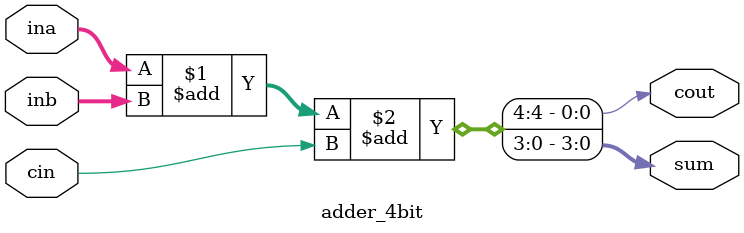
<source format=v>
module adder_4bit(ina,inb,sum,cout,cin);
    input [3:0] ina,inb;
    input cin;
    output [3:0] sum;
    output cout;
    assign {cout, sum} = ina + inb +cin;
endmodule
</source>
